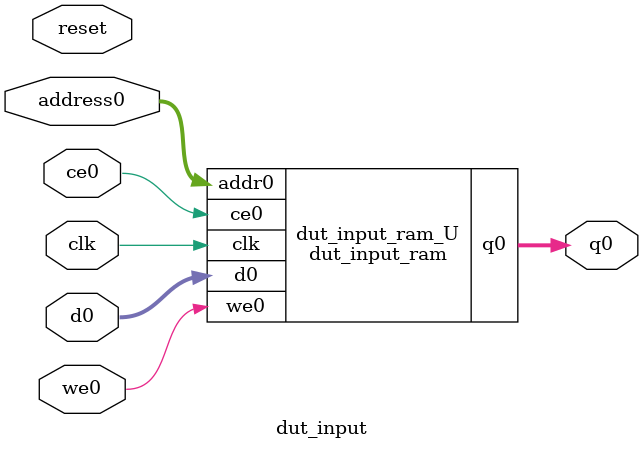
<source format=v>

`timescale 1 ns / 1 ps
module dut_input_ram (addr0, ce0, d0, we0, q0,  clk);

parameter DWIDTH = 128;
parameter AWIDTH = 11;
parameter MEM_SIZE = 1176;

input[AWIDTH-1:0] addr0;
input ce0;
input[DWIDTH-1:0] d0;
input we0;
output reg[DWIDTH-1:0] q0;
input clk;

(* ram_style = "block" *)reg [DWIDTH-1:0] ram[MEM_SIZE-1:0];




always @(posedge clk)  
begin 
    if (ce0) 
    begin
        if (we0) 
        begin 
            ram[addr0] <= d0; 
            q0 <= d0;
        end 
        else 
            q0 <= ram[addr0];
    end
end


endmodule


`timescale 1 ns / 1 ps
module dut_input(
    reset,
    clk,
    address0,
    ce0,
    we0,
    d0,
    q0);

parameter DataWidth = 32'd128;
parameter AddressRange = 32'd1176;
parameter AddressWidth = 32'd11;
input reset;
input clk;
input[AddressWidth - 1:0] address0;
input ce0;
input we0;
input[DataWidth - 1:0] d0;
output[DataWidth - 1:0] q0;



dut_input_ram dut_input_ram_U(
    .clk( clk ),
    .addr0( address0 ),
    .ce0( ce0 ),
    .d0( d0 ),
    .we0( we0 ),
    .q0( q0 ));

endmodule


</source>
